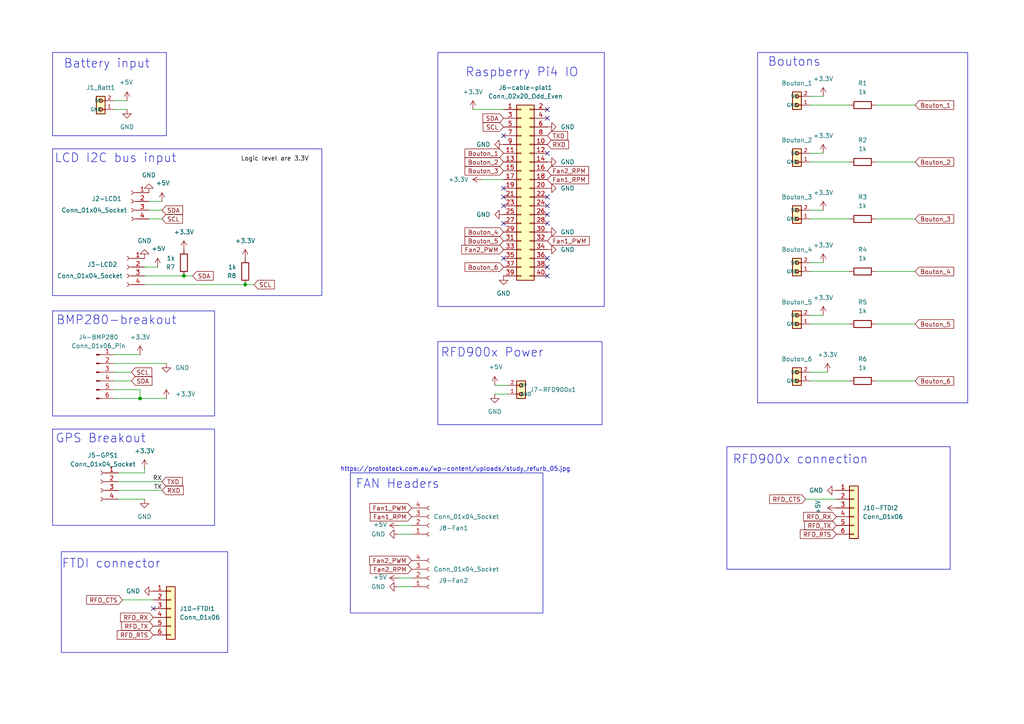
<source format=kicad_sch>
(kicad_sch (version 20231120) (generator "eeschema") (generator_version "8.0")
  (paper "A4")
  (lib_symbols
    (symbol "Connector:Conn_01x04_Socket" (pin_names (offset 1.016) hide)
      (property "Reference" "J" (at 0 5.08 0))
      (property "Value" "Conn_01x04_Socket" (at 0 -7.62 0))
      (symbol "Conn_01x04_Socket_1_1"
        (arc (start 0 -4.572) (mid -0.5058 -5.08) (end 0 -5.588) (stroke (width 0.1524)))
        (arc (start 0 -2.032) (mid -0.5058 -2.54) (end 0 -3.048) (stroke (width 0.1524)))
        (polyline (pts (xy -1.27 -5.08) (xy -0.508 -5.08)) (stroke (width 0.1524)))
        (polyline (pts (xy -1.27 -2.54) (xy -0.508 -2.54)) (stroke (width 0.1524)))
        (polyline (pts (xy -1.27 0) (xy -0.508 0)) (stroke (width 0.1524)))
        (polyline (pts (xy -1.27 2.54) (xy -0.508 2.54)) (stroke (width 0.1524)))
        (arc (start 0 0.508) (mid -0.5058 0) (end 0 -0.508) (stroke (width 0.1524)))
        (arc (start 0 3.048) (mid -0.5058 2.54) (end 0 2.032) (stroke (width 0.1524)))
        (pin passive line (at -5.08 2.54 0) (length 3.81) (name "Pin_1") (number "1"))
        (pin passive line (at -5.08 0 0) (length 3.81) (name "Pin_2") (number "2"))
        (pin passive line (at -5.08 -2.54 0) (length 3.81) (name "Pin_3") (number "3"))
        (pin passive line (at -5.08 -5.08 0) (length 3.81) (name "Pin_4") (number "4"))
      )
    )
    (symbol "Connector:Conn_01x06_Pin" (pin_names (offset 1.016) hide)
      (property "Reference" "J" (at 0 7.62 0))
      (property "Value" "Conn_01x06_Pin" (at 0 -10.16 0))
      (symbol "Conn_01x06_Pin_1_1"
        (polyline (pts (xy 1.27 -7.62) (xy 0.8636 -7.62)) (stroke (width 0.1524)))
        (polyline (pts (xy 1.27 -5.08) (xy 0.8636 -5.08)) (stroke (width 0.1524)))
        (polyline (pts (xy 1.27 -2.54) (xy 0.8636 -2.54)) (stroke (width 0.1524)))
        (polyline (pts (xy 1.27 0) (xy 0.8636 0)) (stroke (width 0.1524)))
        (polyline (pts (xy 1.27 2.54) (xy 0.8636 2.54)) (stroke (width 0.1524)))
        (polyline (pts (xy 1.27 5.08) (xy 0.8636 5.08)) (stroke (width 0.1524)))
        (rectangle (start 0.8636 -7.493) (end 0 -7.747) (stroke (width 0.1524)) (fill (type outline)))
        (rectangle (start 0.8636 -4.953) (end 0 -5.207) (stroke (width 0.1524)) (fill (type outline)))
        (rectangle (start 0.8636 -2.413) (end 0 -2.667) (stroke (width 0.1524)) (fill (type outline)))
        (rectangle (start 0.8636 0.127) (end 0 -0.127) (stroke (width 0.1524)) (fill (type outline)))
        (rectangle (start 0.8636 2.667) (end 0 2.413) (stroke (width 0.1524)) (fill (type outline)))
        (rectangle (start 0.8636 5.207) (end 0 4.953) (stroke (width 0.1524)) (fill (type outline)))
        (pin passive line (at 5.08 5.08 180) (length 3.81) (name "Pin_1") (number "1"))
        (pin passive line (at 5.08 2.54 180) (length 3.81) (name "Pin_2") (number "2"))
        (pin passive line (at 5.08 0 180) (length 3.81) (name "Pin_3") (number "3"))
        (pin passive line (at 5.08 -2.54 180) (length 3.81) (name "Pin_4") (number "4"))
        (pin passive line (at 5.08 -5.08 180) (length 3.81) (name "Pin_5") (number "5"))
        (pin passive line (at 5.08 -7.62 180) (length 3.81) (name "Pin_6") (number "6"))
      )
    )
    (symbol "Connector_Generic:Conn_01x06" (pin_names (offset 1.016) hide)
      (property "Reference" "J" (at 0 7.62 0))
      (property "Value" "Conn_01x06" (at 0 -10.16 0))
      (symbol "Conn_01x06_1_1"
        (rectangle (start -1.27 -7.493) (end 0 -7.747) (stroke (width 0.1524)))
        (rectangle (start -1.27 -4.953) (end 0 -5.207) (stroke (width 0.1524)))
        (rectangle (start -1.27 -2.413) (end 0 -2.667) (stroke (width 0.1524)))
        (rectangle (start -1.27 0.127) (end 0 -0.127) (stroke (width 0.1524)))
        (rectangle (start -1.27 2.667) (end 0 2.413) (stroke (width 0.1524)))
        (rectangle (start -1.27 5.207) (end 0 4.953) (stroke (width 0.1524)))
        (rectangle (start -1.27 6.35) (end 1.27 -8.89) (stroke (width 0.254)) (fill (type background)))
        (pin passive line (at -5.08 5.08 0) (length 3.81) (name "Pin_1") (number "1"))
        (pin passive line (at -5.08 2.54 0) (length 3.81) (name "Pin_2") (number "2"))
        (pin passive line (at -5.08 0 0) (length 3.81) (name "Pin_3") (number "3"))
        (pin passive line (at -5.08 -2.54 0) (length 3.81) (name "Pin_4") (number "4"))
        (pin passive line (at -5.08 -5.08 0) (length 3.81) (name "Pin_5") (number "5"))
        (pin passive line (at -5.08 -7.62 0) (length 3.81) (name "Pin_6") (number "6"))
      )
    )
    (symbol "Connector_Generic:Conn_02x20_Odd_Even" (pin_names (offset 1.016) hide)
      (property "Reference" "J" (at 1.27 25.4 0))
      (property "Value" "Conn_02x20_Odd_Even" (at 1.27 -27.94 0))
      (symbol "Conn_02x20_Odd_Even_1_1"
        (rectangle (start -1.27 -25.273) (end 0 -25.527) (stroke (width 0.1524)))
        (rectangle (start -1.27 -22.733) (end 0 -22.987) (stroke (width 0.1524)))
        (rectangle (start -1.27 -20.193) (end 0 -20.447) (stroke (width 0.1524)))
        (rectangle (start -1.27 -17.653) (end 0 -17.907) (stroke (width 0.1524)))
        (rectangle (start -1.27 -15.113) (end 0 -15.367) (stroke (width 0.1524)))
        (rectangle (start -1.27 -12.573) (end 0 -12.827) (stroke (width 0.1524)))
        (rectangle (start -1.27 -10.033) (end 0 -10.287) (stroke (width 0.1524)))
        (rectangle (start -1.27 -7.493) (end 0 -7.747) (stroke (width 0.1524)))
        (rectangle (start -1.27 -4.953) (end 0 -5.207) (stroke (width 0.1524)))
        (rectangle (start -1.27 -2.413) (end 0 -2.667) (stroke (width 0.1524)))
        (rectangle (start -1.27 0.127) (end 0 -0.127) (stroke (width 0.1524)))
        (rectangle (start -1.27 2.667) (end 0 2.413) (stroke (width 0.1524)))
        (rectangle (start -1.27 5.207) (end 0 4.953) (stroke (width 0.1524)))
        (rectangle (start -1.27 7.747) (end 0 7.493) (stroke (width 0.1524)))
        (rectangle (start -1.27 10.287) (end 0 10.033) (stroke (width 0.1524)))
        (rectangle (start -1.27 12.827) (end 0 12.573) (stroke (width 0.1524)))
        (rectangle (start -1.27 15.367) (end 0 15.113) (stroke (width 0.1524)))
        (rectangle (start -1.27 17.907) (end 0 17.653) (stroke (width 0.1524)))
        (rectangle (start -1.27 20.447) (end 0 20.193) (stroke (width 0.1524)))
        (rectangle (start -1.27 22.987) (end 0 22.733) (stroke (width 0.1524)))
        (rectangle (start -1.27 24.13) (end 3.81 -26.67) (stroke (width 0.254)) (fill (type background)))
        (rectangle (start 3.81 -25.273) (end 2.54 -25.527) (stroke (width 0.1524)))
        (rectangle (start 3.81 -22.733) (end 2.54 -22.987) (stroke (width 0.1524)))
        (rectangle (start 3.81 -20.193) (end 2.54 -20.447) (stroke (width 0.1524)))
        (rectangle (start 3.81 -17.653) (end 2.54 -17.907) (stroke (width 0.1524)))
        (rectangle (start 3.81 -15.113) (end 2.54 -15.367) (stroke (width 0.1524)))
        (rectangle (start 3.81 -12.573) (end 2.54 -12.827) (stroke (width 0.1524)))
        (rectangle (start 3.81 -10.033) (end 2.54 -10.287) (stroke (width 0.1524)))
        (rectangle (start 3.81 -7.493) (end 2.54 -7.747) (stroke (width 0.1524)))
        (rectangle (start 3.81 -4.953) (end 2.54 -5.207) (stroke (width 0.1524)))
        (rectangle (start 3.81 -2.413) (end 2.54 -2.667) (stroke (width 0.1524)))
        (rectangle (start 3.81 0.127) (end 2.54 -0.127) (stroke (width 0.1524)))
        (rectangle (start 3.81 2.667) (end 2.54 2.413) (stroke (width 0.1524)))
        (rectangle (start 3.81 5.207) (end 2.54 4.953) (stroke (width 0.1524)))
        (rectangle (start 3.81 7.747) (end 2.54 7.493) (stroke (width 0.1524)))
        (rectangle (start 3.81 10.287) (end 2.54 10.033) (stroke (width 0.1524)))
        (rectangle (start 3.81 12.827) (end 2.54 12.573) (stroke (width 0.1524)))
        (rectangle (start 3.81 15.367) (end 2.54 15.113) (stroke (width 0.1524)))
        (rectangle (start 3.81 17.907) (end 2.54 17.653) (stroke (width 0.1524)))
        (rectangle (start 3.81 20.447) (end 2.54 20.193) (stroke (width 0.1524)))
        (rectangle (start 3.81 22.987) (end 2.54 22.733) (stroke (width 0.1524)))
        (pin passive line (at -5.08 22.86 0) (length 3.81) (name "Pin_1") (number "1"))
        (pin passive line (at 7.62 12.7 180) (length 3.81) (name "Pin_10") (number "10"))
        (pin passive line (at -5.08 10.16 0) (length 3.81) (name "Pin_11") (number "11"))
        (pin passive line (at 7.62 10.16 180) (length 3.81) (name "Pin_12") (number "12"))
        (pin passive line (at -5.08 7.62 0) (length 3.81) (name "Pin_13") (number "13"))
        (pin passive line (at 7.62 7.62 180) (length 3.81) (name "Pin_14") (number "14"))
        (pin passive line (at -5.08 5.08 0) (length 3.81) (name "Pin_15") (number "15"))
        (pin passive line (at 7.62 5.08 180) (length 3.81) (name "Pin_16") (number "16"))
        (pin passive line (at -5.08 2.54 0) (length 3.81) (name "Pin_17") (number "17"))
        (pin passive line (at 7.62 2.54 180) (length 3.81) (name "Pin_18") (number "18"))
        (pin passive line (at -5.08 0 0) (length 3.81) (name "Pin_19") (number "19"))
        (pin passive line (at 7.62 22.86 180) (length 3.81) (name "Pin_2") (number "2"))
        (pin passive line (at 7.62 0 180) (length 3.81) (name "Pin_20") (number "20"))
        (pin passive line (at -5.08 -2.54 0) (length 3.81) (name "Pin_21") (number "21"))
        (pin passive line (at 7.62 -2.54 180) (length 3.81) (name "Pin_22") (number "22"))
        (pin passive line (at -5.08 -5.08 0) (length 3.81) (name "Pin_23") (number "23"))
        (pin passive line (at 7.62 -5.08 180) (length 3.81) (name "Pin_24") (number "24"))
        (pin passive line (at -5.08 -7.62 0) (length 3.81) (name "Pin_25") (number "25"))
        (pin passive line (at 7.62 -7.62 180) (length 3.81) (name "Pin_26") (number "26"))
        (pin passive line (at -5.08 -10.16 0) (length 3.81) (name "Pin_27") (number "27"))
        (pin passive line (at 7.62 -10.16 180) (length 3.81) (name "Pin_28") (number "28"))
        (pin passive line (at -5.08 -12.7 0) (length 3.81) (name "Pin_29") (number "29"))
        (pin passive line (at -5.08 20.32 0) (length 3.81) (name "Pin_3") (number "3"))
        (pin passive line (at 7.62 -12.7 180) (length 3.81) (name "Pin_30") (number "30"))
        (pin passive line (at -5.08 -15.24 0) (length 3.81) (name "Pin_31") (number "31"))
        (pin passive line (at 7.62 -15.24 180) (length 3.81) (name "Pin_32") (number "32"))
        (pin passive line (at -5.08 -17.78 0) (length 3.81) (name "Pin_33") (number "33"))
        (pin passive line (at 7.62 -17.78 180) (length 3.81) (name "Pin_34") (number "34"))
        (pin passive line (at -5.08 -20.32 0) (length 3.81) (name "Pin_35") (number "35"))
        (pin passive line (at 7.62 -20.32 180) (length 3.81) (name "Pin_36") (number "36"))
        (pin passive line (at -5.08 -22.86 0) (length 3.81) (name "Pin_37") (number "37"))
        (pin passive line (at 7.62 -22.86 180) (length 3.81) (name "Pin_38") (number "38"))
        (pin passive line (at -5.08 -25.4 0) (length 3.81) (name "Pin_39") (number "39"))
        (pin passive line (at 7.62 20.32 180) (length 3.81) (name "Pin_4") (number "4"))
        (pin passive line (at 7.62 -25.4 180) (length 3.81) (name "Pin_40") (number "40"))
        (pin passive line (at -5.08 17.78 0) (length 3.81) (name "Pin_5") (number "5"))
        (pin passive line (at 7.62 17.78 180) (length 3.81) (name "Pin_6") (number "6"))
        (pin passive line (at -5.08 15.24 0) (length 3.81) (name "Pin_7") (number "7"))
        (pin passive line (at 7.62 15.24 180) (length 3.81) (name "Pin_8") (number "8"))
        (pin passive line (at -5.08 12.7 0) (length 3.81) (name "Pin_9") (number "9"))
      )
    )
    (symbol "Device:R" (pin_numbers hide) (pin_names (offset 0))
      (property "Reference" "R" (at 2.032 0 90))
      (property "Value" "R" (at 0 0 90))
      (symbol "R_0_1"
        (rectangle (start -1.016 -2.54) (end 1.016 2.54) (stroke (width 0.254)))
      )
      (symbol "R_1_1"
        (pin passive line (at 0 3.81 270) (length 1.27) (name "~") (number "1"))
        (pin passive line (at 0 -3.81 90) (length 1.27) (name "~") (number "2"))
      )
    )
    (symbol "bornier_2position_1" (pin_names (offset 1.016))
      (property "Reference" "J5_Batt" (at 3.81 -1.27 90))
      (symbol "bornier_2position_1_0_0"
        (rectangle (start -3.81 -2.54) (end 1.27 0) (stroke (width 0.254)) (fill (type background)))
        (circle (center -2.54 -1.27) (radius 0.508) (stroke (width 0.254)))
        (circle (center 0 -1.27) (radius 0.508) (stroke (width 0.254)))
        (polyline (pts (xy -2.54 -1.778) (xy -2.54 -2.54)) (stroke (width 0.254)))
        (polyline (pts (xy -2.286 -1.016) (xy -2.794 -1.524)) (stroke (width 0.1524)))
        (polyline (pts (xy 0 -1.778) (xy 0 -2.54)) (stroke (width 0.254)))
        (polyline (pts (xy 0.254 -1.016) (xy -0.254 -1.524)) (stroke (width 0.1524)))
        (pin passive line (at -2.54 -5.08 90) (length 2.54) (name "GND") (number "1"))
        (pin passive line (at 0 -5.08 90) (length 2.54) (name "5V") (number "2"))
      )
    )
    (symbol "power:+3.3V" (power) (pin_numbers hide) (pin_names (offset 0) hide)
      (property "Value" "+3.3V" (at 0 3.556 0))
      (symbol "+3.3V_0_1"
        (polyline (pts (xy -0.762 1.27) (xy 0 2.54)))
        (polyline (pts (xy 0 0) (xy 0 2.54)))
        (polyline (pts (xy 0 2.54) (xy 0.762 1.27)))
      )
      (symbol "+3.3V_1_1"
        (pin power_in line (at 0 0 90) (length 0) (name "~") (number "1"))
      )
    )
    (symbol "power:+5V" (power) (pin_numbers hide) (pin_names (offset 0) hide)
      (property "Value" "+5V" (at 0 3.556 0))
      (symbol "+5V_0_1"
        (polyline (pts (xy -0.762 1.27) (xy 0 2.54)))
        (polyline (pts (xy 0 0) (xy 0 2.54)))
        (polyline (pts (xy 0 2.54) (xy 0.762 1.27)))
      )
      (symbol "+5V_1_1"
        (pin power_in line (at 0 0 90) (length 0) (name "~") (number "1"))
      )
    )
    (symbol "power:GND" (power) (pin_numbers hide) (pin_names (offset 0) hide)
      (property "Value" "GND" (at 0 -3.81 0))
      (symbol "GND_0_1"
        (polyline (pts (xy 0 0) (xy 0 -1.27) (xy 1.27 -1.27) (xy 0 -2.54) (xy -1.27 -1.27) (xy 0 -1.27)))
      )
      (symbol "GND_1_1"
        (pin power_in line (at 0 0 270) (length 0) (name "~") (number "1"))
      )
    )
  )
  (junction (at 53.34 80.01))
  (junction (at 71.12 82.55))
  (junction (at 40.64 115.57))
  (no_connect (at 146.05 59.69))
  (no_connect (at 158.75 64.77))
  (no_connect (at 44.45 176.53))
  (no_connect (at 158.75 34.29))
  (no_connect (at 158.75 77.47))
  (no_connect (at 158.75 74.93))
  (no_connect (at 158.75 80.01))
  (no_connect (at 146.05 39.37))
  (no_connect (at 146.05 64.77))
  (no_connect (at 158.75 62.23))
  (no_connect (at 158.75 57.15))
  (no_connect (at 146.05 57.15))
  (no_connect (at 146.05 74.93))
  (no_connect (at 158.75 44.45))
  (no_connect (at 158.75 59.69))
  (no_connect (at 158.75 31.75))
  (no_connect (at 146.05 54.61))
  (wire (pts (xy 233.68 144.78) (xy 242.57 144.78)))
  (wire (pts (xy 55.88 80.01) (xy 53.34 80.01)))
  (wire (pts (xy 48.26 115.57) (xy 40.64 115.57)))
  (wire (pts (xy 234.95 110.49) (xy 246.38 110.49)))
  (wire (pts (xy 234.95 76.2) (xy 238.76 76.2)))
  (wire (pts (xy 234.95 44.45) (xy 238.76 44.45)))
  (wire (pts (xy 43.18 60.96) (xy 46.99 60.96)))
  (wire (pts (xy 254 78.74) (xy 265.43 78.74)))
  (wire (pts (xy 147.32 114.3) (xy 143.51 114.3)))
  (wire (pts (xy 234.95 91.44) (xy 238.76 91.44)))
  (wire (pts (xy 147.32 111.76) (xy 143.51 111.76)))
  (wire (pts (xy 41.91 137.16) (xy 34.29 137.16)))
  (wire (pts (xy 45.72 77.47) (xy 41.91 77.47)))
  (wire (pts (xy 40.64 113.03) (xy 33.02 113.03)))
  (wire (pts (xy 46.99 139.7) (xy 34.29 139.7)))
  (wire (pts (xy 33.02 105.41) (xy 48.26 105.41)))
  (wire (pts (xy 254 93.98) (xy 265.43 93.98)))
  (wire (pts (xy 33.02 29.21) (xy 36.83 29.21)))
  (wire (pts (xy 234.95 93.98) (xy 246.38 93.98)))
  (wire (pts (xy 137.16 31.75) (xy 146.05 31.75)))
  (wire (pts (xy 246.38 30.48) (xy 234.95 30.48)))
  (wire (pts (xy 53.34 80.01) (xy 41.91 80.01)))
  (wire (pts (xy 234.95 78.74) (xy 246.38 78.74)))
  (wire (pts (xy 234.95 60.96) (xy 238.76 60.96)))
  (wire (pts (xy 43.18 63.5) (xy 46.99 63.5)))
  (wire (pts (xy 38.1 107.95) (xy 33.02 107.95)))
  (wire (pts (xy 234.95 46.99) (xy 246.38 46.99)))
  (wire (pts (xy 41.91 82.55) (xy 71.12 82.55)))
  (wire (pts (xy 254 63.5) (xy 265.43 63.5)))
  (wire (pts (xy 254 110.49) (xy 265.43 110.49)))
  (wire (pts (xy 46.99 58.42) (xy 43.18 58.42)))
  (wire (pts (xy 115.57 170.18) (xy 119.38 170.18)))
  (wire (pts (xy 234.95 63.5) (xy 246.38 63.5)))
  (wire (pts (xy 234.95 107.95) (xy 240.03 107.95)))
  (wire (pts (xy 33.02 102.87) (xy 40.64 102.87)))
  (wire (pts (xy 115.57 154.94) (xy 119.38 154.94)))
  (wire (pts (xy 41.91 144.78) (xy 34.29 144.78)))
  (wire (pts (xy 41.91 137.16) (xy 41.91 135.89)))
  (wire (pts (xy 46.99 142.24) (xy 34.29 142.24)))
  (wire (pts (xy 254 46.99) (xy 265.43 46.99)))
  (wire (pts (xy 73.66 82.55) (xy 71.12 82.55)))
  (wire (pts (xy 115.57 167.64) (xy 119.38 167.64)))
  (wire (pts (xy 35.56 173.99) (xy 44.45 173.99)))
  (wire (pts (xy 38.1 110.49) (xy 33.02 110.49)))
  (wire (pts (xy 40.64 113.03) (xy 40.64 115.57)))
  (wire (pts (xy 33.02 115.57) (xy 40.64 115.57)))
  (wire (pts (xy 254 30.48) (xy 265.43 30.48)))
  (wire (pts (xy 33.02 31.75) (xy 36.83 31.75)))
  (wire (pts (xy 115.57 152.4) (xy 119.38 152.4)))
  (wire (pts (xy 234.95 27.94) (xy 238.76 27.94)))
  (wire (pts (xy 139.7 52.07) (xy 146.05 52.07)))
  (rectangle (start 127 99.06) (end 174.625 123.19))
  (rectangle (start 127 15.24) (end 175.26 88.9))
  (rectangle (start 219.71 15.24) (end 280.67 116.84))
  (rectangle (start 17.78 160.02) (end 66.04 189.23))
  (rectangle (start 15.24 15.24) (end 48.26 39.37))
  (rectangle (start 15.24 90.17) (end 62.23 120.65))
  (rectangle (start 101.6 137.16) (end 157.48 177.8))
  (rectangle (start 15.24 43.18) (end 93.345 85.725))
  (rectangle (start 210.82 129.54) (end 275.59 165.1))
  (rectangle (start 15.24 124.46) (end 62.23 152.4))
  (text "Raspberry Pi4 IO" (at 151.384 21.082 0) (effects (font (size 2.54 2.54))))
  (text "FAN Headers" (at 115.316 140.462 0) (effects (font (size 2.54 2.54))))
  (text "FTDI connector" (at 32.258 163.576 0) (effects (font (size 2.54 2.54))))
  (text "Boutons" (at 230.378 18.034 0) (effects (font (size 2.54 2.54))))
  (text "RFD900x connection" (at 232.156 133.35 0) (effects (font (size 2.54 2.54))))
  (text "https://protostack.com.au/wp-content/uploads/study_refurb_05.jpg" (at 132.08 136.144 0) (effects (font (size 1.27 1.27))))
  (text "LCD I2C bus input" (at 33.528 45.974 0) (effects (font (size 2.54 2.54))))
  (text "GPS Breakout" (at 29.21 127.254 0) (effects (font (size 2.54 2.54))))
  (text "BMP280-breakout" (at 33.782 92.964 0) (effects (font (size 2.54 2.54))))
  (text "Battery input" (at 30.988 18.542 0) (effects (font (size 2.54 2.54))))
  (text "RFD900x Power" (at 142.748 102.362 0) (effects (font (size 2.54 2.54))))
  (label "Logic level are 3.3V" (at 69.85 46.99 0))
  (label "RX" (at 46.99 139.7 180))
  (label "TX" (at 46.99 142.24 180))
  (global_label "Bouton_3" (shape input) (at 265.43 63.5 0) (property "Intersheetrefs" "${INTERSHEET_REFS}" (effects (hide yes))))
  (global_label "Fan1_RPM" (shape input) (at 119.38 149.86 180) (property "Intersheetrefs" "${INTERSHEET_REFS}" (effects (hide yes))))
  (global_label "Fan1_PWM" (shape input) (at 158.75 69.85 0) (property "Intersheetrefs" "${INTERSHEET_REFS}" (effects (hide yes))))
  (global_label "RFD_RX" (shape input) (at 44.45 179.07 180) (property "Intersheetrefs" "${INTERSHEET_REFS}" (effects (hide yes))))
  (global_label "Fan1_PWM" (shape input) (at 119.38 147.32 180) (property "Intersheetrefs" "${INTERSHEET_REFS}" (effects (hide yes))))
  (global_label "RXD" (shape input) (at 46.99 142.24 0) (property "Intersheetrefs" "${INTERSHEET_REFS}" (effects (hide yes))))
  (global_label "SDA" (shape input) (at 146.05 34.29 180) (property "Intersheetrefs" "${INTERSHEET_REFS}" (effects (hide yes))))
  (global_label "Bouton_4" (shape input) (at 265.43 78.74 0) (property "Intersheetrefs" "${INTERSHEET_REFS}" (effects (hide yes))))
  (global_label "RFD_CTS" (shape input) (at 35.56 173.99 180) (property "Intersheetrefs" "${INTERSHEET_REFS}" (effects (hide yes))))
  (global_label "Fan2_RPM" (shape input) (at 158.75 49.53 0) (property "Intersheetrefs" "${INTERSHEET_REFS}" (effects (hide yes))))
  (global_label "Fan1_RPM" (shape input) (at 158.75 52.07 0) (property "Intersheetrefs" "${INTERSHEET_REFS}" (effects (hide yes))))
  (global_label "Bouton_1" (shape input) (at 146.05 44.45 180) (property "Intersheetrefs" "${INTERSHEET_REFS}" (effects (hide yes))))
  (global_label "TXD" (shape input) (at 46.99 139.7 0) (property "Intersheetrefs" "${INTERSHEET_REFS}" (effects (hide yes))))
  (global_label "Bouton_1" (shape input) (at 265.43 30.48 0) (property "Intersheetrefs" "${INTERSHEET_REFS}" (effects (hide yes))))
  (global_label "Bouton_6" (shape input) (at 265.43 110.49 0) (property "Intersheetrefs" "${INTERSHEET_REFS}" (effects (hide yes))))
  (global_label "SDA" (shape input) (at 55.88 80.01 0) (property "Intersheetrefs" "${INTERSHEET_REFS}" (effects (hide yes))))
  (global_label "Fan2_PWM" (shape input) (at 119.38 162.56 180) (property "Intersheetrefs" "${INTERSHEET_REFS}" (effects (hide yes))))
  (global_label "Bouton_2" (shape input) (at 146.05 46.99 180) (property "Intersheetrefs" "${INTERSHEET_REFS}" (effects (hide yes))))
  (global_label "RFD_RX" (shape input) (at 242.57 149.86 180) (property "Intersheetrefs" "${INTERSHEET_REFS}" (effects (hide yes))))
  (global_label "SCL" (shape input) (at 146.05 36.83 180) (property "Intersheetrefs" "${INTERSHEET_REFS}" (effects (hide yes))))
  (global_label "Bouton_5" (shape input) (at 265.43 93.98 0) (property "Intersheetrefs" "${INTERSHEET_REFS}" (effects (hide yes))))
  (global_label "TXD" (shape input) (at 158.75 39.37 0) (property "Intersheetrefs" "${INTERSHEET_REFS}" (effects (hide yes))))
  (global_label "RFD_RTS" (shape input) (at 242.57 154.94 180) (property "Intersheetrefs" "${INTERSHEET_REFS}" (effects (hide yes))))
  (global_label "SCL" (shape input) (at 73.66 82.55 0) (property "Intersheetrefs" "${INTERSHEET_REFS}" (effects (hide yes))))
  (global_label "SCL" (shape input) (at 38.1 107.95 0) (property "Intersheetrefs" "${INTERSHEET_REFS}" (effects (hide yes))))
  (global_label "Bouton_6" (shape input) (at 146.05 77.47 180) (property "Intersheetrefs" "${INTERSHEET_REFS}" (effects (hide yes))))
  (global_label "Bouton_4" (shape input) (at 146.05 67.31 180) (property "Intersheetrefs" "${INTERSHEET_REFS}" (effects (hide yes))))
  (global_label "RFD_RTS" (shape input) (at 44.45 184.15 180) (property "Intersheetrefs" "${INTERSHEET_REFS}" (effects (hide yes))))
  (global_label "RFD_CTS" (shape input) (at 233.68 144.78 180) (property "Intersheetrefs" "${INTERSHEET_REFS}" (effects (hide yes))))
  (global_label "RFD_TX" (shape input) (at 242.57 152.4 180) (property "Intersheetrefs" "${INTERSHEET_REFS}" (effects (hide yes))))
  (global_label "RXD" (shape input) (at 158.75 41.91 0) (property "Intersheetrefs" "${INTERSHEET_REFS}" (effects (hide yes))))
  (global_label "SCL" (shape input) (at 46.99 63.5 0) (property "Intersheetrefs" "${INTERSHEET_REFS}" (effects (hide yes))))
  (global_label "Bouton_2" (shape input) (at 265.43 46.99 0) (property "Intersheetrefs" "${INTERSHEET_REFS}" (effects (hide yes))))
  (global_label "SDA" (shape input) (at 46.99 60.96 0) (property "Intersheetrefs" "${INTERSHEET_REFS}" (effects (hide yes))))
  (global_label "Fan2_PWM" (shape input) (at 146.05 72.39 180) (property "Intersheetrefs" "${INTERSHEET_REFS}" (effects (hide yes))))
  (global_label "SDA" (shape input) (at 38.1 110.49 0) (property "Intersheetrefs" "${INTERSHEET_REFS}" (effects (hide yes))))
  (global_label "Fan2_RPM" (shape input) (at 119.38 165.1 180) (property "Intersheetrefs" "${INTERSHEET_REFS}" (effects (hide yes))))
  (global_label "RFD_TX" (shape input) (at 44.45 181.61 180) (property "Intersheetrefs" "${INTERSHEET_REFS}" (effects (hide yes))))
  (global_label "Bouton_3" (shape input) (at 146.05 49.53 180) (property "Intersheetrefs" "${INTERSHEET_REFS}" (effects (hide yes))))
  (global_label "Bouton_5" (shape input) (at 146.05 69.85 180) (property "Intersheetrefs" "${INTERSHEET_REFS}" (effects (hide yes))))
  (symbol (lib_id "power:+5V") (at 115.57 167.64 90) (mirror x) (unit 1)
    (property "Reference" "#PWR01" (effects (hide yes)))
    (property "Value" "+5V" (at 110.236 167.386 90))
    (property "Description" "Power symbol creates a global label with name \"+5V\"" (effects (hide yes)))
  )
  (symbol (lib_id "power:GND") (at 242.57 142.24 270) (mirror x) (unit 1)
    (property "Reference" "#PWR043" (effects (hide yes)))
    (property "Value" "GND" (at 238.76 142.2399 90) (effects (justify right)))
    (property "Description" "Power symbol creates a global label with name \"GND\" , ground" (effects (hide yes)))
  )
  (symbol (lib_name "bornier_2position_1") (lib_id "SAS-librairie_symboles:bornier_2position") (at 229.87 107.95 90) (unit 1)
    (property "Reference" "Bouton_6" (at 231.14 104.14 90))
    (property "Value" "691137710002" (effects (hide yes)))
    (property "Footprint" "SAS-Librarie-Empreinte:bornie_2position" (effects (hide yes)))
    (property "WIRE" "12 to 30 (AWG) 3.31 to 0.05 (mm²)" (effects (hide yes)))
    (property "MOUNT" "THT" (effects (hide yes)))
    (property "IR-VDE" "24A" (effects (hide yes)))
    (property "IR-UL" "16A" (effects (hide yes)))
    (property "WORKING-VOLTAGE-UL" "300V(AC)" (effects (hide yes)))
    (property "PART-NUMBER" "691137710002" (effects (hide yes)))
    (property "DATASHEET-URL" "https://www.we-online.com/catalog/datasheet/691137710002.pdf" (effects (hide yes)))
    (property "PITCH" "5mm" (effects (hide yes)))
    (property "PINS" "2" (effects (hide yes)))
    (property "WORKING-VOLTAGE-VDE" "250V(AC)" (effects (hide yes)))
    (property "TYPE" "Horizontal" (effects (hide yes)))
  )
  (symbol (lib_id "Connector_Generic:Conn_01x06") (at 49.53 176.53 0) (unit 1)
    (property "Reference" "J10-FTDI1" (at 52.07 176.5299 0) (effects (justify left)))
    (property "Value" "Conn_01x06" (at 52.07 179.0699 0) (effects (justify left)))
    (property "Footprint" "SAS-Librarie-Empreinte:Conn_6_pos" (effects (hide yes)))
    (property "Description" "Generic connector, single row, 01x06, script generated (kicad-library-utils/schlib/autogen/connector/)" (effects (hide yes)))
  )
  (symbol (lib_id "power:+3.3V") (at 238.76 60.96 0) (unit 1)
    (property "Reference" "#PWR019" (effects (hide yes)))
    (property "Value" "+3.3V" (at 238.76 55.88 0))
    (property "Description" "Power symbol creates a global label with name \"+3.3V\"" (effects (hide yes)))
  )
  (symbol (lib_id "power:+3.3V") (at 48.26 115.57 0) (unit 1)
    (property "Reference" "#PWR011" (effects (hide yes)))
    (property "Value" "+3.3V" (at 50.8 114.2999 0) (effects (justify left)))
    (property "Description" "Power symbol creates a global label with name \"+3.3V\"" (effects (hide yes)))
  )
  (symbol (lib_id "power:+5V") (at 36.83 29.21 0) (unit 1)
    (property "Reference" "#PWR03" (effects (hide yes)))
    (property "Value" "+5V" (at 36.576 23.876 0))
    (property "Description" "Power symbol creates a global label with name \"+5V\"" (effects (hide yes)))
  )
  (symbol (lib_id "power:GND") (at 41.91 74.93 0) (mirror x) (unit 1)
    (property "Reference" "#PWR016" (effects (hide yes)))
    (property "Value" "GND" (at 41.91 69.85 0))
    (property "Description" "Power symbol creates a global label with name \"GND\" , ground" (effects (hide yes)))
  )
  (symbol (lib_id "power:GND") (at 115.57 170.18 270) (mirror x) (unit 1)
    (property "Reference" "#PWR05" (effects (hide yes)))
    (property "Value" "GND" (at 111.76 170.1799 90) (effects (justify right)))
    (property "Description" "Power symbol creates a global label with name \"GND\" , ground" (effects (hide yes)))
  )
  (symbol (lib_id "Connector:Conn_01x04_Socket") (at 124.46 152.4 0) (mirror x) (unit 1)
    (property "Reference" "J8-Fan1" (at 127.254 153.162 0) (effects (justify left)))
    (property "Value" "Conn_01x04_Socket" (at 125.73 149.8601 0) (effects (justify left)))
    (property "Footprint" "SAS-Librarie-Empreinte:Conn_4_pos" (effects (hide yes)))
    (property "Description" "Generic connector, single row, 01x04, script generated" (effects (hide yes)))
  )
  (symbol (lib_id "Device:R") (at 53.34 76.2 180) (unit 1)
    (property "Reference" "R7" (at 50.8 77.4701 0) (effects (justify left)))
    (property "Value" "1k" (at 50.8 74.9301 0) (effects (justify left)))
    (property "Footprint" "SAS-Librarie-Empreinte:Resistance" (effects (hide yes)))
    (property "Description" "Resistor" (effects (hide yes)))
  )
  (symbol (lib_name "bornier_2position_1") (lib_id "SAS-librairie_symboles:bornier_2position") (at 152.4 111.76 270) (mirror x) (unit 1)
    (property "Reference" "J7-RFD900x1" (at 153.67 113.0299 90) (effects (justify left)))
    (property "Value" "691137710002" (effects (hide yes)))
    (property "Footprint" "SAS-Librarie-Empreinte:AMASS_XT30U-F_1x02_P5.0mm_Vertical" (effects (hide yes)))
    (property "WIRE" "12 to 30 (AWG) 3.31 to 0.05 (mm²)" (effects (hide yes)))
    (property "MOUNT" "THT" (effects (hide yes)))
    (property "IR-VDE" "24A" (effects (hide yes)))
    (property "IR-UL" "16A" (effects (hide yes)))
    (property "WORKING-VOLTAGE-UL" "300V(AC)" (effects (hide yes)))
    (property "PART-NUMBER" "691137710002" (effects (hide yes)))
    (property "DATASHEET-URL" "https://www.we-online.com/catalog/datasheet/691137710002.pdf" (effects (hide yes)))
    (property "PITCH" "5mm" (effects (hide yes)))
    (property "PINS" "2" (effects (hide yes)))
    (property "WORKING-VOLTAGE-VDE" "250V(AC)" (effects (hide yes)))
    (property "TYPE" "Horizontal" (effects (hide yes)))
  )
  (symbol (lib_id "power:GND") (at 36.83 31.75 0) (unit 1)
    (property "Reference" "#PWR06" (effects (hide yes)))
    (property "Value" "GND" (at 36.83 36.83 0))
    (property "Description" "Power symbol creates a global label with name \"GND\" , ground" (effects (hide yes)))
  )
  (symbol (lib_name "bornier_2position_1") (lib_id "SAS-librairie_symboles:bornier_2position") (at 229.87 91.44 90) (unit 1)
    (property "Reference" "Bouton_5" (at 231.14 87.63 90))
    (property "Value" "691137710002" (effects (hide yes)))
    (property "Footprint" "SAS-Librarie-Empreinte:bornie_2position" (effects (hide yes)))
    (property "WIRE" "12 to 30 (AWG) 3.31 to 0.05 (mm²)" (effects (hide yes)))
    (property "MOUNT" "THT" (effects (hide yes)))
    (property "IR-VDE" "24A" (effects (hide yes)))
    (property "IR-UL" "16A" (effects (hide yes)))
    (property "WORKING-VOLTAGE-UL" "300V(AC)" (effects (hide yes)))
    (property "PART-NUMBER" "691137710002" (effects (hide yes)))
    (property "DATASHEET-URL" "https://www.we-online.com/catalog/datasheet/691137710002.pdf" (effects (hide yes)))
    (property "PITCH" "5mm" (effects (hide yes)))
    (property "PINS" "2" (effects (hide yes)))
    (property "WORKING-VOLTAGE-VDE" "250V(AC)" (effects (hide yes)))
    (property "TYPE" "Horizontal" (effects (hide yes)))
  )
  (symbol (lib_name "bornier_2position_1") (lib_id "SAS-librairie_symboles:bornier_2position") (at 229.87 44.45 90) (unit 1)
    (property "Reference" "Bouton_2" (at 231.14 40.64 90))
    (property "Value" "691137710002" (effects (hide yes)))
    (property "Footprint" "SAS-Librarie-Empreinte:bornie_2position" (effects (hide yes)))
    (property "WIRE" "12 to 30 (AWG) 3.31 to 0.05 (mm²)" (effects (hide yes)))
    (property "MOUNT" "THT" (effects (hide yes)))
    (property "IR-VDE" "24A" (effects (hide yes)))
    (property "IR-UL" "16A" (effects (hide yes)))
    (property "WORKING-VOLTAGE-UL" "300V(AC)" (effects (hide yes)))
    (property "PART-NUMBER" "691137710002" (effects (hide yes)))
    (property "DATASHEET-URL" "https://www.we-online.com/catalog/datasheet/691137710002.pdf" (effects (hide yes)))
    (property "PITCH" "5mm" (effects (hide yes)))
    (property "PINS" "2" (effects (hide yes)))
    (property "WORKING-VOLTAGE-VDE" "250V(AC)" (effects (hide yes)))
    (property "TYPE" "Horizontal" (effects (hide yes)))
  )
  (symbol (lib_id "power:+3.3V") (at 71.12 74.93 0) (unit 1)
    (property "Reference" "#PWR021" (effects (hide yes)))
    (property "Value" "+3.3V" (at 71.12 69.85 0))
    (property "Description" "Power symbol creates a global label with name \"+3.3V\"" (effects (hide yes)))
  )
  (symbol (lib_id "power:+3.3V") (at 240.03 107.95 0) (unit 1)
    (property "Reference" "#PWR024" (effects (hide yes)))
    (property "Value" "+3.3V" (at 240.03 102.87 0))
    (property "Description" "Power symbol creates a global label with name \"+3.3V\"" (effects (hide yes)))
  )
  (symbol (lib_name "bornier_2position_1") (lib_id "SAS-librairie_symboles:bornier_2position") (at 229.87 27.94 90) (unit 1)
    (property "Reference" "Bouton_1" (at 231.14 24.13 90))
    (property "Value" "691137710002" (effects (hide yes)))
    (property "Footprint" "SAS-Librarie-Empreinte:bornie_2position" (effects (hide yes)))
    (property "WIRE" "12 to 30 (AWG) 3.31 to 0.05 (mm²)" (effects (hide yes)))
    (property "MOUNT" "THT" (effects (hide yes)))
    (property "IR-VDE" "24A" (effects (hide yes)))
    (property "IR-UL" "16A" (effects (hide yes)))
    (property "WORKING-VOLTAGE-UL" "300V(AC)" (effects (hide yes)))
    (property "PART-NUMBER" "691137710002" (effects (hide yes)))
    (property "DATASHEET-URL" "https://www.we-online.com/catalog/datasheet/691137710002.pdf" (effects (hide yes)))
    (property "PITCH" "5mm" (effects (hide yes)))
    (property "PINS" "2" (effects (hide yes)))
    (property "WORKING-VOLTAGE-VDE" "250V(AC)" (effects (hide yes)))
    (property "TYPE" "Horizontal" (effects (hide yes)))
  )
  (symbol (lib_id "power:+3.3V") (at 139.7 52.07 90) (unit 1)
    (property "Reference" "#PWR037" (effects (hide yes)))
    (property "Value" "+3.3V" (at 135.89 52.0699 90) (effects (justify left)))
    (property "Description" "Power symbol creates a global label with name \"+3.3V\"" (effects (hide yes)))
  )
  (symbol (lib_id "Connector:Conn_01x04_Socket") (at 29.21 139.7 0) (mirror y) (unit 1)
    (property "Reference" "J5-GPS1" (at 29.845 132.08 0))
    (property "Value" "Conn_01x04_Socket" (at 29.845 134.62 0))
    (property "Footprint" "SAS-Librarie-Empreinte:conn-GPS" (effects (hide yes)))
    (property "Description" "Generic connector, single row, 01x04, script generated" (effects (hide yes)))
  )
  (symbol (lib_id "power:GND") (at 158.75 46.99 90) (unit 1)
    (property "Reference" "#PWR031" (effects (hide yes)))
    (property "Value" "GND" (at 162.56 46.9899 90) (effects (justify right)))
    (property "Description" "Power symbol creates a global label with name \"GND\" , ground" (effects (hide yes)))
  )
  (symbol (lib_id "power:GND") (at 41.91 144.78 0) (mirror y) (unit 1)
    (property "Reference" "#PWR08" (effects (hide yes)))
    (property "Value" "GND" (at 41.91 149.86 0))
    (property "Description" "Power symbol creates a global label with name \"GND\" , ground" (effects (hide yes)))
  )
  (symbol (lib_id "Device:R") (at 71.12 78.74 180) (unit 1)
    (property "Reference" "R8" (at 68.58 80.0101 0) (effects (justify left)))
    (property "Value" "1k" (at 68.58 77.4701 0) (effects (justify left)))
    (property "Footprint" "SAS-Librarie-Empreinte:Resistance" (effects (hide yes)))
    (property "Description" "Resistor" (effects (hide yes)))
  )
  (symbol (lib_id "power:+3.3V") (at 40.64 102.87 0) (unit 1)
    (property "Reference" "#PWR09" (effects (hide yes)))
    (property "Value" "+3.3V" (at 40.64 97.79 0))
    (property "Description" "Power symbol creates a global label with name \"+3.3V\"" (effects (hide yes)))
  )
  (symbol (lib_id "Device:R") (at 250.19 30.48 90) (unit 1)
    (property "Reference" "R1" (at 250.19 24.13 90))
    (property "Value" "1k" (at 250.19 26.67 90))
    (property "Footprint" "SAS-Librarie-Empreinte:Resistance" (effects (hide yes)))
    (property "Description" "Resistor" (effects (hide yes)))
  )
  (symbol (lib_id "Connector_Generic:Conn_02x20_Odd_Even") (at 151.13 54.61 0) (unit 1)
    (property "Reference" "J6-cable-plat1" (at 152.4 25.4 0))
    (property "Value" "Conn_02x20_Odd_Even" (at 152.4 27.94 0))
    (property "Footprint" "Connector_PinSocket_2.54mm:PinSocket_2x20_P2.54mm_Vertical" (effects (hide yes)))
    (property "Description" "Generic connector, double row, 02x20, odd/even pin numbering scheme (row 1 odd numbers, row 2 even numbers), script generated (kicad-library-utils/schlib/autogen/connector/)" (effects (hide yes)))
  )
  (symbol (lib_id "power:+3.3V") (at 53.34 72.39 0) (unit 1)
    (property "Reference" "#PWR012" (effects (hide yes)))
    (property "Value" "+3.3V" (at 53.34 67.31 0))
    (property "Description" "Power symbol creates a global label with name \"+3.3V\"" (effects (hide yes)))
  )
  (symbol (lib_id "power:GND") (at 43.18 55.88 0) (mirror x) (unit 1)
    (property "Reference" "#PWR013" (effects (hide yes)))
    (property "Value" "GND" (at 43.18 50.8 0))
    (property "Description" "Power symbol creates a global label with name \"GND\" , ground" (effects (hide yes)))
  )
  (symbol (lib_id "power:GND") (at 146.05 62.23 270) (unit 1)
    (property "Reference" "#PWR035" (effects (hide yes)))
    (property "Value" "GND" (at 142.24 62.2299 90) (effects (justify right)))
    (property "Description" "Power symbol creates a global label with name \"GND\" , ground" (effects (hide yes)))
  )
  (symbol (lib_id "power:+3.3V") (at 238.76 76.2 0) (unit 1)
    (property "Reference" "#PWR020" (effects (hide yes)))
    (property "Value" "+3.3V" (at 238.76 71.12 0))
    (property "Description" "Power symbol creates a global label with name \"+3.3V\"" (effects (hide yes)))
  )
  (symbol (lib_id "power:+3.3V") (at 137.16 31.75 0) (unit 1)
    (property "Reference" "#PWR017" (effects (hide yes)))
    (property "Value" "+3.3V" (at 137.16 26.67 0))
    (property "Description" "Power symbol creates a global label with name \"+3.3V\"" (effects (hide yes)))
  )
  (symbol (lib_id "power:+3.3V") (at 238.76 44.45 0) (unit 1)
    (property "Reference" "#PWR018" (effects (hide yes)))
    (property "Value" "+3.3V" (at 238.76 39.37 0))
    (property "Description" "Power symbol creates a global label with name \"+3.3V\"" (effects (hide yes)))
  )
  (symbol (lib_id "power:GND") (at 158.75 54.61 90) (unit 1)
    (property "Reference" "#PWR032" (effects (hide yes)))
    (property "Value" "GND" (at 162.56 54.6099 90) (effects (justify right)))
    (property "Description" "Power symbol creates a global label with name \"GND\" , ground" (effects (hide yes)))
  )
  (symbol (lib_id "Device:R") (at 250.19 78.74 270) (unit 1)
    (property "Reference" "R4" (at 250.19 72.39 90))
    (property "Value" "1k" (at 250.19 74.93 90))
    (property "Footprint" "SAS-Librarie-Empreinte:Resistance" (effects (hide yes)))
    (property "Description" "Resistor" (effects (hide yes)))
  )
  (symbol (lib_id "Connector:Conn_01x04_Socket") (at 36.83 77.47 0) (mirror y) (unit 1)
    (property "Reference" "J3-LCD2" (at 34.036 76.708 0) (effects (justify left)))
    (property "Value" "Conn_01x04_Socket" (at 35.56 80.0099 0) (effects (justify left)))
    (property "Footprint" "SAS-Librarie-Empreinte:Conn_4_pos" (effects (hide yes)))
    (property "Description" "Generic connector, single row, 01x04, script generated" (effects (hide yes)))
  )
  (symbol (lib_id "power:+5V") (at 115.57 152.4 90) (mirror x) (unit 1)
    (property "Reference" "#PWR04" (effects (hide yes)))
    (property "Value" "+5V" (at 110.236 152.146 90))
    (property "Description" "Power symbol creates a global label with name \"+5V\"" (effects (hide yes)))
  )
  (symbol (lib_id "power:+3.3V") (at 41.91 135.89 0) (mirror y) (unit 1)
    (property "Reference" "#PWR07" (effects (hide yes)))
    (property "Value" "+3.3V" (at 41.91 130.81 0))
    (property "Description" "Power symbol creates a global label with name \"+3.3V\"" (effects (hide yes)))
  )
  (symbol (lib_id "power:GND") (at 44.45 171.45 270) (mirror x) (unit 1)
    (property "Reference" "#PWR028" (effects (hide yes)))
    (property "Value" "GND" (at 40.64 171.4499 90) (effects (justify right)))
    (property "Description" "Power symbol creates a global label with name \"GND\" , ground" (effects (hide yes)))
  )
  (symbol (lib_id "Device:R") (at 250.19 110.49 270) (unit 1)
    (property "Reference" "R6" (at 250.19 104.14 90))
    (property "Value" "1k" (at 250.19 106.68 90))
    (property "Footprint" "SAS-Librarie-Empreinte:Resistance" (effects (hide yes)))
    (property "Description" "Resistor" (effects (hide yes)))
  )
  (symbol (lib_id "Device:R") (at 250.19 46.99 90) (unit 1)
    (property "Reference" "R2" (at 250.19 40.64 90))
    (property "Value" "1k" (at 250.19 43.18 90))
    (property "Footprint" "SAS-Librarie-Empreinte:Resistance" (effects (hide yes)))
    (property "Description" "Resistor" (effects (hide yes)))
  )
  (symbol (lib_id "power:GND") (at 158.75 72.39 90) (unit 1)
    (property "Reference" "#PWR034" (effects (hide yes)))
    (property "Value" "GND" (at 162.56 72.3899 90) (effects (justify right)))
    (property "Description" "Power symbol creates a global label with name \"GND\" , ground" (effects (hide yes)))
  )
  (symbol (lib_id "power:GND") (at 115.57 154.94 270) (mirror x) (unit 1)
    (property "Reference" "#PWR02" (effects (hide yes)))
    (property "Value" "GND" (at 111.76 154.9399 90) (effects (justify right)))
    (property "Description" "Power symbol creates a global label with name \"GND\" , ground" (effects (hide yes)))
  )
  (symbol (lib_id "power:GND") (at 48.26 105.41 0) (unit 1)
    (property "Reference" "#PWR010" (effects (hide yes)))
    (property "Value" "GND" (at 50.8 106.6799 0) (effects (justify left)))
    (property "Description" "Power symbol creates a global label with name \"GND\" , ground" (effects (hide yes)))
  )
  (symbol (lib_name "bornier_2position_1") (lib_id "SAS-librairie_symboles:bornier_2position") (at 27.94 29.21 90) (unit 1)
    (property "Reference" "J1_Batt1" (at 29.21 25.4 90))
    (property "Value" "691137710002" (effects (hide yes)))
    (property "Footprint" "SAS-Librarie-Empreinte:AMASS_XT30U-F_1x02_P5.0mm_Vertical" (effects (hide yes)))
    (property "WIRE" "12 to 30 (AWG) 3.31 to 0.05 (mm²)" (effects (hide yes)))
    (property "MOUNT" "THT" (effects (hide yes)))
    (property "IR-VDE" "24A" (effects (hide yes)))
    (property "IR-UL" "16A" (effects (hide yes)))
    (property "WORKING-VOLTAGE-UL" "300V(AC)" (effects (hide yes)))
    (property "PART-NUMBER" "691137710002" (effects (hide yes)))
    (property "DATASHEET-URL" "https://www.we-online.com/catalog/datasheet/691137710002.pdf" (effects (hide yes)))
    (property "PITCH" "5mm" (effects (hide yes)))
    (property "PINS" "2" (effects (hide yes)))
    (property "WORKING-VOLTAGE-VDE" "250V(AC)" (effects (hide yes)))
    (property "TYPE" "Horizontal" (effects (hide yes)))
  )
  (symbol (lib_name "bornier_2position_1") (lib_id "SAS-librairie_symboles:bornier_2position") (at 229.87 60.96 90) (unit 1)
    (property "Reference" "Bouton_3" (at 231.14 57.15 90))
    (property "Value" "691137710002" (effects (hide yes)))
    (property "Footprint" "SAS-Librarie-Empreinte:bornie_2position" (effects (hide yes)))
    (property "WIRE" "12 to 30 (AWG) 3.31 to 0.05 (mm²)" (effects (hide yes)))
    (property "MOUNT" "THT" (effects (hide yes)))
    (property "IR-VDE" "24A" (effects (hide yes)))
    (property "IR-UL" "16A" (effects (hide yes)))
    (property "WORKING-VOLTAGE-UL" "300V(AC)" (effects (hide yes)))
    (property "PART-NUMBER" "691137710002" (effects (hide yes)))
    (property "DATASHEET-URL" "https://www.we-online.com/catalog/datasheet/691137710002.pdf" (effects (hide yes)))
    (property "PITCH" "5mm" (effects (hide yes)))
    (property "PINS" "2" (effects (hide yes)))
    (property "WORKING-VOLTAGE-VDE" "250V(AC)" (effects (hide yes)))
    (property "TYPE" "Horizontal" (effects (hide yes)))
  )
  (symbol (lib_id "power:+5V") (at 46.99 58.42 0) (mirror y) (unit 1)
    (property "Reference" "#PWR014" (effects (hide yes)))
    (property "Value" "+5V" (at 47.244 53.086 0))
    (property "Description" "Power symbol creates a global label with name \"+5V\"" (effects (hide yes)))
  )
  (symbol (lib_id "power:+5V") (at 45.72 77.47 0) (mirror y) (unit 1)
    (property "Reference" "#PWR015" (effects (hide yes)))
    (property "Value" "+5V" (at 45.974 72.136 0))
    (property "Description" "Power symbol creates a global label with name \"+5V\"" (effects (hide yes)))
  )
  (symbol (lib_id "Device:R") (at 250.19 63.5 270) (unit 1)
    (property "Reference" "R3" (at 250.19 57.15 90))
    (property "Value" "1k" (at 250.19 59.69 90))
    (property "Footprint" "SAS-Librarie-Empreinte:Resistance" (effects (hide yes)))
    (property "Description" "Resistor" (effects (hide yes)))
  )
  (symbol (lib_id "power:GND") (at 143.51 114.3 0) (mirror y) (unit 1)
    (property "Reference" "#PWR025" (effects (hide yes)))
    (property "Value" "GND" (at 143.51 119.38 0))
    (property "Description" "Power symbol creates a global label with name \"GND\" , ground" (effects (hide yes)))
  )
  (symbol (lib_id "power:GND") (at 158.75 67.31 90) (unit 1)
    (property "Reference" "#PWR033" (effects (hide yes)))
    (property "Value" "GND" (at 162.56 67.3099 90) (effects (justify right)))
    (property "Description" "Power symbol creates a global label with name \"GND\" , ground" (effects (hide yes)))
  )
  (symbol (lib_id "power:+5V") (at 143.51 111.76 0) (mirror y) (unit 1)
    (property "Reference" "#PWR023" (effects (hide yes)))
    (property "Value" "+5V" (at 143.764 106.426 0))
    (property "Description" "Power symbol creates a global label with name \"+5V\"" (effects (hide yes)))
  )
  (symbol (lib_name "bornier_2position_1") (lib_id "SAS-librairie_symboles:bornier_2position") (at 229.87 76.2 90) (unit 1)
    (property "Reference" "Bouton_4" (at 231.14 72.39 90))
    (property "Value" "691137710002" (effects (hide yes)))
    (property "Footprint" "SAS-Librarie-Empreinte:bornie_2position" (effects (hide yes)))
    (property "WIRE" "12 to 30 (AWG) 3.31 to 0.05 (mm²)" (effects (hide yes)))
    (property "MOUNT" "THT" (effects (hide yes)))
    (property "IR-VDE" "24A" (effects (hide yes)))
    (property "IR-UL" "16A" (effects (hide yes)))
    (property "WORKING-VOLTAGE-UL" "300V(AC)" (effects (hide yes)))
    (property "PART-NUMBER" "691137710002" (effects (hide yes)))
    (property "DATASHEET-URL" "https://www.we-online.com/catalog/datasheet/691137710002.pdf" (effects (hide yes)))
    (property "PITCH" "5mm" (effects (hide yes)))
    (property "PINS" "2" (effects (hide yes)))
    (property "WORKING-VOLTAGE-VDE" "250V(AC)" (effects (hide yes)))
    (property "TYPE" "Horizontal" (effects (hide yes)))
  )
  (symbol (lib_id "Connector_Generic:Conn_01x06") (at 247.65 147.32 0) (unit 1)
    (property "Reference" "J10-FTDI2" (at 250.19 147.3199 0) (effects (justify left)))
    (property "Value" "Conn_01x06" (at 250.19 149.8599 0) (effects (justify left)))
    (property "Footprint" "SAS-Librarie-Empreinte:Conn_6_pos" (effects (hide yes)))
    (property "Description" "Generic connector, single row, 01x06, script generated (kicad-library-utils/schlib/autogen/connector/)" (effects (hide yes)))
  )
  (symbol (lib_id "power:+3.3V") (at 238.76 27.94 0) (unit 1)
    (property "Reference" "#PWR038" (effects (hide yes)))
    (property "Value" "+3.3V" (at 238.76 22.86 0))
    (property "Description" "Power symbol creates a global label with name \"+3.3V\"" (effects (hide yes)))
  )
  (symbol (lib_id "power:+3.3V") (at 238.76 91.44 0) (unit 1)
    (property "Reference" "#PWR022" (effects (hide yes)))
    (property "Value" "+3.3V" (at 238.76 86.36 0))
    (property "Description" "Power symbol creates a global label with name \"+3.3V\"" (effects (hide yes)))
  )
  (symbol (lib_id "power:GND") (at 146.05 80.01 0) (unit 1)
    (property "Reference" "#PWR036" (effects (hide yes)))
    (property "Value" "GND" (at 146.05 85.09 0))
    (property "Description" "Power symbol creates a global label with name \"GND\" , ground" (effects (hide yes)))
  )
  (symbol (lib_id "Connector:Conn_01x04_Socket") (at 38.1 58.42 0) (mirror y) (unit 1)
    (property "Reference" "J2-LCD1" (at 35.306 57.658 0) (effects (justify left)))
    (property "Value" "Conn_01x04_Socket" (at 36.83 60.9599 0) (effects (justify left)))
    (property "Footprint" "SAS-Librarie-Empreinte:Conn_4_pos" (effects (hide yes)))
    (property "Description" "Generic connector, single row, 01x04, script generated" (effects (hide yes)))
  )
  (symbol (lib_id "power:GND") (at 146.05 41.91 270) (unit 1)
    (property "Reference" "#PWR030" (effects (hide yes)))
    (property "Value" "GND" (at 142.24 41.9099 90) (effects (justify right)))
    (property "Description" "Power symbol creates a global label with name \"GND\" , ground" (effects (hide yes)))
  )
  (symbol (lib_id "power:+5V") (at 242.57 147.32 90) (mirror x) (unit 1)
    (property "Reference" "#PWR026" (effects (hide yes)))
    (property "Value" "+5V" (at 237.236 147.066 0))
    (property "Description" "Power symbol creates a global label with name \"+5V\"" (effects (hide yes)))
  )
  (symbol (lib_id "power:GND") (at 158.75 36.83 90) (unit 1)
    (property "Reference" "#PWR029" (effects (hide yes)))
    (property "Value" "GND" (at 162.56 36.8299 90) (effects (justify right)))
    (property "Description" "Power symbol creates a global label with name \"GND\" , ground" (effects (hide yes)))
  )
  (symbol (lib_id "Connector:Conn_01x06_Pin") (at 27.94 107.95 0) (unit 1)
    (property "Reference" "J4-BMP280" (at 28.575 97.79 0))
    (property "Value" "Conn_01x06_Pin" (at 28.575 100.33 0))
    (property "Footprint" "SAS-Librarie-Empreinte:Header-BMP280" (effects (hide yes)))
    (property "Description" "Generic connector, single row, 01x06, script generated" (effects (hide yes)))
  )
  (symbol (lib_id "Connector:Conn_01x04_Socket") (at 124.46 167.64 0) (mirror x) (unit 1)
    (property "Reference" "J9-Fan2" (at 127.254 168.402 0) (effects (justify left)))
    (property "Value" "Conn_01x04_Socket" (at 125.73 165.1001 0) (effects (justify left)))
    (property "Footprint" "SAS-Librarie-Empreinte:Conn_4_pos" (effects (hide yes)))
    (property "Description" "Generic connector, single row, 01x04, script generated" (effects (hide yes)))
  )
  (symbol (lib_id "Device:R") (at 250.19 93.98 270) (unit 1)
    (property "Reference" "R5" (at 250.19 87.63 90))
    (property "Value" "1k" (at 250.19 90.17 90))
    (property "Footprint" "SAS-Librarie-Empreinte:Resistance" (effects (hide yes)))
    (property "Description" "Resistor" (effects (hide yes)))
  )
)
</source>
